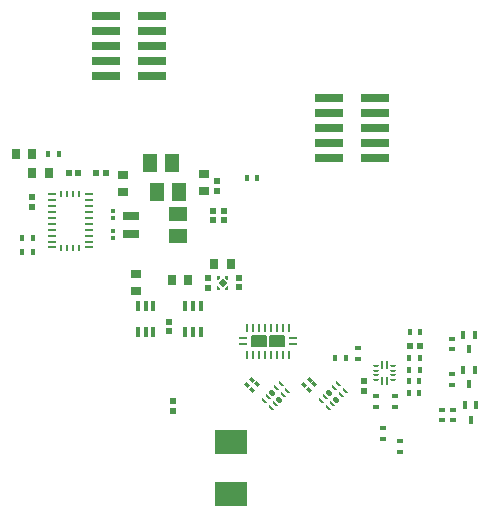
<source format=gtp>
G04*
G04 #@! TF.GenerationSoftware,Altium Limited,Altium Designer,20.0.13 (296)*
G04*
G04 Layer_Color=8421504*
%FSLAX44Y44*%
%MOMM*%
G71*
G01*
G75*
%ADD15R,0.3200X0.3600*%
%ADD16R,0.7000X0.9000*%
%ADD17R,0.4500X0.5500*%
%ADD18R,0.9000X0.7000*%
%ADD19R,0.5200X0.5200*%
%ADD20R,0.5200X0.5200*%
%ADD21R,2.7430X2.1590*%
%ADD22R,1.4000X0.7500*%
%ADD23R,0.6750X0.2500*%
%ADD24R,0.2500X0.5750*%
%ADD25R,0.3500X0.8500*%
%ADD26R,0.1500X0.1500*%
%ADD27P,0.6788X4X360.0*%
%ADD28R,0.1500X0.1500*%
%ADD29R,1.5000X1.3000*%
%ADD30R,1.3000X1.5000*%
G04:AMPARAMS|DCode=31|XSize=0.2mm|YSize=0.7mm|CornerRadius=0.05mm|HoleSize=0mm|Usage=FLASHONLY|Rotation=180.000|XOffset=0mm|YOffset=0mm|HoleType=Round|Shape=RoundedRectangle|*
%AMROUNDEDRECTD31*
21,1,0.2000,0.6000,0,0,180.0*
21,1,0.1000,0.7000,0,0,180.0*
1,1,0.1000,-0.0500,0.3000*
1,1,0.1000,0.0500,0.3000*
1,1,0.1000,0.0500,-0.3000*
1,1,0.1000,-0.0500,-0.3000*
%
%ADD31ROUNDEDRECTD31*%
G04:AMPARAMS|DCode=32|XSize=0.2mm|YSize=0.5mm|CornerRadius=0.05mm|HoleSize=0mm|Usage=FLASHONLY|Rotation=270.000|XOffset=0mm|YOffset=0mm|HoleType=Round|Shape=RoundedRectangle|*
%AMROUNDEDRECTD32*
21,1,0.2000,0.4000,0,0,270.0*
21,1,0.1000,0.5000,0,0,270.0*
1,1,0.1000,-0.2000,-0.0500*
1,1,0.1000,-0.2000,0.0500*
1,1,0.1000,0.2000,0.0500*
1,1,0.1000,0.2000,-0.0500*
%
%ADD32ROUNDEDRECTD32*%
G04:AMPARAMS|DCode=33|XSize=0.25mm|YSize=0.6mm|CornerRadius=0.025mm|HoleSize=0mm|Usage=FLASHONLY|Rotation=0.000|XOffset=0mm|YOffset=0mm|HoleType=Round|Shape=RoundedRectangle|*
%AMROUNDEDRECTD33*
21,1,0.2500,0.5500,0,0,0.0*
21,1,0.2000,0.6000,0,0,0.0*
1,1,0.0500,0.1000,-0.2750*
1,1,0.0500,-0.1000,-0.2750*
1,1,0.0500,-0.1000,0.2750*
1,1,0.0500,0.1000,0.2750*
%
%ADD33ROUNDEDRECTD33*%
G04:AMPARAMS|DCode=34|XSize=0.25mm|YSize=0.6mm|CornerRadius=0.025mm|HoleSize=0mm|Usage=FLASHONLY|Rotation=270.000|XOffset=0mm|YOffset=0mm|HoleType=Round|Shape=RoundedRectangle|*
%AMROUNDEDRECTD34*
21,1,0.2500,0.5500,0,0,270.0*
21,1,0.2000,0.6000,0,0,270.0*
1,1,0.0500,-0.2750,-0.1000*
1,1,0.0500,-0.2750,0.1000*
1,1,0.0500,0.2750,0.1000*
1,1,0.0500,0.2750,-0.1000*
%
%ADD34ROUNDEDRECTD34*%
%ADD35R,0.5500X0.4500*%
%ADD36R,0.3000X0.7100*%
G04:AMPARAMS|DCode=37|XSize=0.2mm|YSize=0.565mm|CornerRadius=0.05mm|HoleSize=0mm|Usage=FLASHONLY|Rotation=225.000|XOffset=0mm|YOffset=0mm|HoleType=Round|Shape=RoundedRectangle|*
%AMROUNDEDRECTD37*
21,1,0.2000,0.4650,0,0,225.0*
21,1,0.1000,0.5650,0,0,225.0*
1,1,0.1000,-0.1998,0.1291*
1,1,0.1000,-0.1291,0.1998*
1,1,0.1000,0.1998,-0.1291*
1,1,0.1000,0.1291,-0.1998*
%
%ADD37ROUNDEDRECTD37*%
G04:AMPARAMS|DCode=38|XSize=0.4mm|YSize=0.565mm|CornerRadius=0.05mm|HoleSize=0mm|Usage=FLASHONLY|Rotation=225.000|XOffset=0mm|YOffset=0mm|HoleType=Round|Shape=RoundedRectangle|*
%AMROUNDEDRECTD38*
21,1,0.4000,0.4650,0,0,225.0*
21,1,0.3000,0.5650,0,0,225.0*
1,1,0.1000,-0.2705,0.0583*
1,1,0.1000,-0.0583,0.2705*
1,1,0.1000,0.2705,-0.0583*
1,1,0.1000,0.0583,-0.2705*
%
%ADD38ROUNDEDRECTD38*%
G04:AMPARAMS|DCode=39|XSize=0.32mm|YSize=0.36mm|CornerRadius=0mm|HoleSize=0mm|Usage=FLASHONLY|Rotation=225.000|XOffset=0mm|YOffset=0mm|HoleType=Round|Shape=Rectangle|*
%AMROTATEDRECTD39*
4,1,4,-0.0141,0.2404,0.2404,-0.0141,0.0141,-0.2404,-0.2404,0.0141,-0.0141,0.2404,0.0*
%
%ADD39ROTATEDRECTD39*%

%ADD40R,2.4000X0.7600*%
G36*
X-16650Y-186850D02*
X-16950D01*
X-18750Y-185050D01*
Y-183250D01*
X-16650D01*
Y-186850D01*
D02*
G37*
G36*
X-23150Y-185050D02*
X-24950Y-186850D01*
X-25250D01*
Y-183250D01*
X-23150D01*
Y-185050D01*
D02*
G37*
G36*
X-16650Y-195450D02*
X-18750D01*
Y-193650D01*
X-16950Y-191850D01*
X-16650D01*
Y-195450D01*
D02*
G37*
G36*
X-23150Y-193650D02*
Y-195450D01*
X-25250D01*
Y-191850D01*
X-24950D01*
X-23150Y-193650D01*
D02*
G37*
G36*
X31067Y-233652D02*
X31348Y-233934D01*
X31500Y-234301D01*
Y-234500D01*
Y-242500D01*
Y-242699D01*
X31348Y-243066D01*
X31067Y-243348D01*
X30699Y-243500D01*
X19301D01*
X18934Y-243348D01*
X18652Y-243066D01*
X18500Y-242699D01*
Y-242500D01*
Y-234500D01*
Y-234301D01*
X18652Y-233934D01*
X18934Y-233652D01*
X19301Y-233500D01*
X30699D01*
X31067Y-233652D01*
D02*
G37*
G36*
X16066D02*
X16348Y-233934D01*
X16500Y-234301D01*
Y-234500D01*
Y-242500D01*
Y-242699D01*
X16348Y-243066D01*
X16066Y-243348D01*
X15699Y-243500D01*
X4301D01*
X3934Y-243348D01*
X3652Y-243066D01*
X3500Y-242699D01*
Y-242500D01*
Y-234500D01*
Y-234301D01*
X3652Y-233934D01*
X3934Y-233652D01*
X4301Y-233500D01*
X15699D01*
X16066Y-233652D01*
D02*
G37*
D15*
X-114000Y-134100D02*
D03*
Y-128500D02*
D03*
Y-145500D02*
D03*
Y-151100D02*
D03*
D16*
X-196000Y-80000D02*
D03*
X-182000D02*
D03*
X-168000Y-96000D02*
D03*
X-182000D02*
D03*
X-13950Y-173350D02*
D03*
X-27950D02*
D03*
X-64000Y-187000D02*
D03*
X-50000D02*
D03*
D17*
X-159500Y-80000D02*
D03*
X-168500D02*
D03*
X-181500Y-163000D02*
D03*
X-190500D02*
D03*
X-181500Y-151000D02*
D03*
X-190500D02*
D03*
X8500Y-100380D02*
D03*
X-500D02*
D03*
X136999Y-262498D02*
D03*
X145999D02*
D03*
X145499Y-272499D02*
D03*
X136499D02*
D03*
X136999Y-252498D02*
D03*
X145999D02*
D03*
X145499Y-282499D02*
D03*
X136499D02*
D03*
X83237Y-252616D02*
D03*
X74237D02*
D03*
X146500Y-231000D02*
D03*
X137500D02*
D03*
D18*
X-105001Y-98000D02*
D03*
Y-112000D02*
D03*
X-94000Y-196000D02*
D03*
Y-182000D02*
D03*
X-37000Y-111000D02*
D03*
Y-97000D02*
D03*
D19*
X-182000Y-124500D02*
D03*
Y-116500D02*
D03*
X-66000Y-222000D02*
D03*
Y-230000D02*
D03*
X-7000Y-193000D02*
D03*
Y-185000D02*
D03*
X-32950Y-185350D02*
D03*
Y-193350D02*
D03*
X-26000Y-103000D02*
D03*
Y-111000D02*
D03*
X-20000Y-136000D02*
D03*
Y-128000D02*
D03*
X-29000Y-136000D02*
D03*
Y-128000D02*
D03*
X98506Y-272387D02*
D03*
Y-280387D02*
D03*
X-63192Y-297402D02*
D03*
Y-289402D02*
D03*
D20*
X-143000Y-96000D02*
D03*
X-151000D02*
D03*
X-128000D02*
D03*
X-120000D02*
D03*
X137999Y-242499D02*
D03*
X145999D02*
D03*
D21*
X-13462Y-323594D02*
D03*
Y-367794D02*
D03*
D22*
X-98750Y-132750D02*
D03*
Y-147350D02*
D03*
D23*
X-134375Y-114125D02*
D03*
Y-159125D02*
D03*
Y-154125D02*
D03*
Y-149125D02*
D03*
Y-144125D02*
D03*
Y-139125D02*
D03*
Y-134125D02*
D03*
Y-129125D02*
D03*
Y-124125D02*
D03*
Y-119125D02*
D03*
X-165625Y-114125D02*
D03*
Y-119125D02*
D03*
Y-124125D02*
D03*
Y-129125D02*
D03*
Y-134125D02*
D03*
Y-139125D02*
D03*
Y-144125D02*
D03*
Y-149125D02*
D03*
Y-154125D02*
D03*
Y-159125D02*
D03*
D24*
X-157500Y-159750D02*
D03*
X-152500D02*
D03*
X-147500D02*
D03*
X-142500D02*
D03*
Y-113500D02*
D03*
X-147500D02*
D03*
X-152500D02*
D03*
X-157500D02*
D03*
D25*
X-52500Y-231000D02*
D03*
X-46000D02*
D03*
X-39500D02*
D03*
Y-209000D02*
D03*
X-46000D02*
D03*
X-52500D02*
D03*
X-92500Y-231000D02*
D03*
X-86000D02*
D03*
X-79500D02*
D03*
Y-209000D02*
D03*
X-86000D02*
D03*
X-92500D02*
D03*
D26*
X-24250Y-184250D02*
D03*
X-17650D02*
D03*
X-24250Y-194450D02*
D03*
D27*
X-20950Y-189350D02*
D03*
D28*
X-17650Y-194450D02*
D03*
D29*
X-59000Y-130500D02*
D03*
Y-149500D02*
D03*
D30*
X-57500Y-112000D02*
D03*
X-76500D02*
D03*
X-63500Y-88000D02*
D03*
X-82500D02*
D03*
D31*
X114249Y-271998D02*
D03*
X118249D02*
D03*
Y-258998D02*
D03*
X114249D02*
D03*
D32*
X123748Y-271498D02*
D03*
Y-267498D02*
D03*
Y-263498D02*
D03*
Y-259498D02*
D03*
X108748D02*
D03*
Y-263498D02*
D03*
Y-267498D02*
D03*
Y-271498D02*
D03*
D33*
X30000Y-250000D02*
D03*
X35000D02*
D03*
X10000D02*
D03*
X15000D02*
D03*
X20000D02*
D03*
X25000D02*
D03*
X0D02*
D03*
X5000D02*
D03*
X0Y-227000D02*
D03*
X15000D02*
D03*
X20000D02*
D03*
X35000D02*
D03*
X10000D02*
D03*
X5000D02*
D03*
X30000D02*
D03*
X25000D02*
D03*
D34*
X39000Y-236000D02*
D03*
Y-241000D02*
D03*
X-4000D02*
D03*
Y-236000D02*
D03*
D35*
X173000Y-236500D02*
D03*
Y-245500D02*
D03*
Y-266500D02*
D03*
Y-275500D02*
D03*
X174000Y-296500D02*
D03*
Y-305500D02*
D03*
X165000Y-296500D02*
D03*
Y-305500D02*
D03*
X125000Y-285000D02*
D03*
Y-294000D02*
D03*
X109000Y-285000D02*
D03*
Y-294000D02*
D03*
X129000Y-332000D02*
D03*
Y-323000D02*
D03*
X115000Y-321000D02*
D03*
Y-312000D02*
D03*
X93432Y-244681D02*
D03*
Y-253681D02*
D03*
D36*
X188000Y-245100D02*
D03*
X183000Y-232900D02*
D03*
X193000D02*
D03*
X188000Y-275100D02*
D03*
X183000Y-262900D02*
D03*
X193000D02*
D03*
X189000Y-305100D02*
D03*
X184000Y-292900D02*
D03*
X194000D02*
D03*
D37*
X28119Y-274977D02*
D03*
X24583Y-278512D02*
D03*
X17512Y-285583D02*
D03*
X13977Y-289119D02*
D03*
X19881Y-295023D02*
D03*
X23417Y-291488D02*
D03*
X30488Y-284417D02*
D03*
X34023Y-280881D02*
D03*
X76619Y-274977D02*
D03*
X73083Y-278512D02*
D03*
X66012Y-285583D02*
D03*
X62477Y-289119D02*
D03*
X68381Y-295023D02*
D03*
X71917Y-291488D02*
D03*
X78988Y-284417D02*
D03*
X82523Y-280881D02*
D03*
D38*
X21048Y-282048D02*
D03*
X26952Y-287952D02*
D03*
X69548Y-282048D02*
D03*
X75452Y-287952D02*
D03*
D39*
X-391Y-275596D02*
D03*
X3568Y-279556D02*
D03*
X4109Y-271096D02*
D03*
X8068Y-275056D02*
D03*
X48194Y-275682D02*
D03*
X52154Y-279641D02*
D03*
X52694Y-271182D02*
D03*
X56654Y-275141D02*
D03*
D40*
X69281Y-32665D02*
D03*
X108281D02*
D03*
X69281D02*
D03*
Y-45365D02*
D03*
Y-58065D02*
D03*
Y-70765D02*
D03*
Y-83465D02*
D03*
X108281Y-32665D02*
D03*
Y-45365D02*
D03*
Y-58065D02*
D03*
Y-70765D02*
D03*
Y-83465D02*
D03*
X-80320Y-14272D02*
D03*
Y-1572D02*
D03*
Y11128D02*
D03*
Y23828D02*
D03*
Y36528D02*
D03*
X-119320Y-14272D02*
D03*
Y-1572D02*
D03*
Y11128D02*
D03*
Y23828D02*
D03*
Y36528D02*
D03*
X-80320D02*
D03*
X-119320D02*
D03*
M02*

</source>
